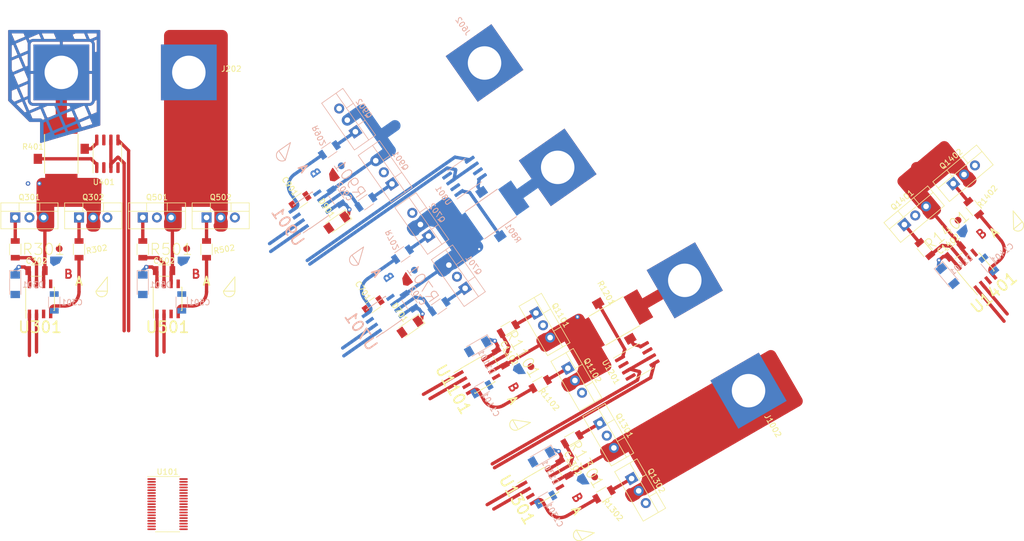
<source format=kicad_pcb>
(kicad_pcb (version 20211014) (generator pcbnew)
  (layers (0 "F.Cu" signal) (31 "B.Cu" signal) (34 "B.Paste" user) (35 "F.Paste" user) (36 "B.SilkS" user "B.Silkscreen") (37 "F.SilkS" user "F.Silkscreen") (38 "B.Mask" user) (39 "F.Mask" user) (44 "Edge.Cuts" user))
  (net 0 "")
  (net 1 "+15V")
  (net 2 "GND")
  (net 3 "/Full Bridge/Leg+/VB")
  (net 4 "/Full Bridge/Leg+/VS")
  (net 5 "/Full Bridge/Leg-/VB")
  (net 6 "/Full Bridge/Leg-/VS")
  (net 7 "/Full Bridge1/Leg+/VB")
  (net 8 "/Full Bridge1/Leg+/VS")
  (net 9 "/Full Bridge1/Leg-/VB")
  (net 10 "/Full Bridge1/Leg-/VS")
  (net 11 "/Full Bridge2/Leg+/VB")
  (net 12 "/Full Bridge2/Leg+/VS")
  (net 13 "/Full Bridge2/Leg-/VB")
  (net 14 "/Full Bridge2/Leg-/VS")
  (net 15 "/Leg+1/VB")
  (net 16 "/Leg+1/VS")
  (net 17 "/Full Bridge/Current sensor/OUT")
  (net 18 "/Full Bridge1/Current sensor/OUT")
  (net 19 "/Full Bridge2/Current sensor/OUT")
  (net 20 "Net-(Q301-Pad1)")
  (net 21 "+VDC")
  (net 22 "Net-(Q302-Pad1)")
  (net 23 "Net-(Q501-Pad1)")
  (net 24 "Net-(Q502-Pad1)")
  (net 25 "Net-(Q701-Pad1)")
  (net 26 "Net-(Q702-Pad1)")
  (net 27 "Net-(Q901-Pad1)")
  (net 28 "Net-(Q902-Pad1)")
  (net 29 "Net-(Q1101-Pad1)")
  (net 30 "Net-(Q1102-Pad1)")
  (net 31 "Net-(Q1301-Pad1)")
  (net 32 "Net-(Q1302-Pad1)")
  (net 33 "Net-(Q1401-Pad1)")
  (net 34 "Net-(Q1402-Pad1)")
  (net 35 "Net-(R301-Pad1)")
  (net 36 "Net-(R302-Pad1)")
  (net 37 "Net-(R401-Pad2)")
  (net 38 "Net-(R401-Pad3)")
  (net 39 "Net-(R501-Pad1)")
  (net 40 "Net-(R502-Pad1)")
  (net 41 "Net-(R701-Pad1)")
  (net 42 "Net-(R702-Pad1)")
  (net 43 "Net-(R801-Pad2)")
  (net 44 "Net-(R801-Pad3)")
  (net 45 "Net-(R901-Pad1)")
  (net 46 "Net-(R902-Pad1)")
  (net 47 "Net-(R1101-Pad1)")
  (net 48 "Net-(R1102-Pad1)")
  (net 49 "Net-(R1201-Pad2)")
  (net 50 "Net-(R1201-Pad3)")
  (net 51 "Net-(R1301-Pad1)")
  (net 52 "Net-(R1302-Pad1)")
  (net 53 "Net-(R1401-Pad1)")
  (net 54 "Net-(R1402-Pad1)")
  (net 57 "+3V3")
  (net 58 "/Full Bridge1/Q_high")
  (net 59 "/Full Bridge1/Q_low")
  (net 60 "/Full Bridge2/Q_high")
  (net 61 "/Full Bridge2/Q_low")
  (net 62 "/Leg+1/Q_HIGH")
  (net 63 "/Leg+1/Q_LOW")
  (net 71 "/Full Bridge/current")
  (net 72 "/Full Bridge1/current")
  (net 73 "/Full Bridge2/current")
  (net 86 "/Full Bridge/Q_low")
  (net 87 "/Full Bridge/Q_high")
  (footprint "Package_SO:SOIC-8_3.9x4.9mm_P1.27mm" (layer "F.Cu") (at 86.36 64.77 90)
    (fp_text reference "U401")
    (fp_text value "INA240A1D" hide)
  )
  (footprint "Passives:R1206M" (layer "F.Cu") (at 69.85 81.915 90)
    (fp_text reference "R301")
    (fp_text value "20R" hide)
  )
  (footprint "Connector:Pusa_6mm" (layer "F.Cu") (at 201.299471 107.27388 -60)
    (fp_text reference "J1002")
    (fp_text value "Pusa_6mm")
  )
  (footprint "Passives:R1206M" (layer "F.Cu") (at 92.71 81.915 90)
    (fp_text reference "R501")
    (fp_text value "20R" hide)
  )
  (footprint "Discretes:TO-220" (layer "F.Cu") (at 168.91 103.24367 -60)
    (fp_text reference "Q1102")
    (fp_text value "CSD19531KCS" hide)
  )
  (footprint "Package_SO:SO8" (layer "F.Cu") (at 97.155 90.805 90)
    (fp_text reference "U501")
    (fp_text value "IR2181" hide)
  )
  (footprint "Passives:RM" (layer "F.Cu") (at 177.22117 94.779039 -150)
    (fp_text reference "R1201")
    (fp_text value "R_Shunt" hide)
  )
  (footprint "Passives:R1206M" (layer "F.Cu") (at 232.908531 81.847943 130)
    (fp_text reference "R1401")
    (fp_text value "20R" hide)
  )
  (footprint "Passives:C1206M" (layer "F.Cu") (at 134.004692 91.919527 -145)
    (fp_text reference "C701")
    (fp_text value "1u" hide)
  )
  (footprint "Discretes:TO-220" (layer "F.Cu") (at 237.990887 70.122937 40)
    (fp_text reference "Q1402")
    (fp_text value "CSD19531KCS" hide)
  )
  (footprint "Passives:C1206M" (layer "F.Cu") (at 120.892735 73.193713 -145)
    (fp_text reference "C901")
    (fp_text value "1u" hide)
  )
  (footprint "Passives:C1206M" (layer "F.Cu") (at 96.52 85.725)
    (fp_text reference "C502")
    (fp_text value "1u" hide)
  )
  (footprint "Discretes:TO-220" (layer "F.Cu") (at 69.85 76.2)
    (fp_text reference "Q301")
    (fp_text value "CSD19531KCS" hide)
  )
  (footprint "Discretes:TO-220" (layer "F.Cu") (at 81.28 76.2)
    (fp_text reference "Q302")
    (fp_text value "CSD19531KCS" hide)
  )
  (footprint "Package_SO:SO8" (layer "F.Cu") (at 242.02798 85.800888 130)
    (fp_text reference "U1401")
    (fp_text value "IR2181" hide)
  )
  (footprint "Discretes:TO-220" (layer "F.Cu") (at 180.34 123.041011 -60)
    (fp_text reference "Q1302")
    (fp_text value "CSD19531KCS" hide)
  )
  (footprint "Passives:R1206M" (layer "F.Cu") (at 163.960664 106.10117 30)
    (fp_text reference "R1102")
    (fp_text value "20R" hide)
  )
  (footprint "Connector:Pusa_6mm" (layer "F.Cu") (at 189.869471 87.476539 -60)
    (fp_text reference "J1001" hide)
    (fp_text value "Pusa_6mm" hide)
  )
  (footprint "Passives:C1206M" (layer "F.Cu") (at 168.281108 121.204397 -60)
    (fp_text reference "C1302")
    (fp_text value "1u" hide)
  )
  (footprint "Connector:Pusa_6mm" (layer "F.Cu") (at 100.965 50.165)
    (fp_text reference "J202")
    (fp_text value "Pusa_6mm")
  )
  (footprint "Discretes:TO-220" (layer "F.Cu") (at 92.71 76.2)
    (fp_text reference "Q501")
    (fp_text value "CSD19531KCS" hide)
  )
  (footprint "Package_SO:SOIC-8_3.9x4.9mm_P1.27mm" (layer "F.Cu") (at 181.34867 101.928079 30)
    (fp_text reference "U1201")
    (fp_text value "INA240A1D" hide)
  )
  (footprint "Discretes:TO-220" (layer "F.Cu") (at 174.625 113.14234 -60)
    (fp_text reference "Q1301")
    (fp_text value "CSD19531KCS" hide)
  )
  (footprint "Passives:C1206M" (layer "F.Cu") (at 156.851108 101.407056 -60)
    (fp_text reference "C1102")
    (fp_text value "1u" hide)
  )
  (footprint "Discretes:TO-220" (layer "F.Cu") (at 229.235 77.47 40)
    (fp_text reference "Q1401")
    (fp_text value "CSD19531KCS" hide)
  )
  (footprint "Package_SO:SO8" (layer "F.Cu") (at 152.769198 104.496982 30)
    (fp_text reference "U1101")
    (fp_text value "IR2181" hide)
  )
  (footprint "Passives:R1206M" (layer "F.Cu") (at 81.28 81.915 90)
    (fp_text reference "R302")
    (fp_text value "20R" hide)
  )
  (footprint "Connector:Pusa_6mm" (layer "F.Cu") (at 78.105 50.165)
    (fp_text reference "J201" hide)
    (fp_text value "Pusa_6mm" hide)
  )
  (footprint "Package_SO:SO8" (layer "F.Cu") (at 74.295 90.805 90)
    (fp_text reference "U301")
    (fp_text value "IR2181" hide)
  )
  (footprint "Passives:C1206M" (layer "F.Cu") (at 238.276181 82.317552 40)
    (fp_text reference "C1402")
    (fp_text value "1u" hide)
  )
  (footprint "Package_SO:TSSOP-38_4.4x9.7mm_P0.5mm" (layer "F.Cu") (at 97.155 127.635)
    (fp_text reference "U101")
    (fp_text value "TMS320F28027DA")
  )
  (footprint "Passives:R1206M" (layer "F.Cu") (at 169.675664 115.99984 30)
    (fp_text reference "R1301")
    (fp_text value "20R" hide)
  )
  (footprint "Package_SO:SO8" (layer "F.Cu") (at 164.199198 124.294323 30)
    (fp_text reference "U1301")
    (fp_text value "IR2181" hide)
  )
  (footprint "Diode_SMD:D_MiniMELF" (layer "F.Cu") (at 127.499974 77.094384 -145)
    (fp_text reference "D901")
    (fp_text value "1N4148" hide)
  )
  (footprint "Passives:C1206M" (layer "F.Cu") (at 73.66 85.725)
    (fp_text reference "C302")
    (fp_text value "1u" hide)
  )
  (footprint "Discretes:TO-220" (layer "F.Cu") (at 104.14 76.2)
    (fp_text reference "Q502")
    (fp_text value "CSD19531KCS" hide)
  )
  (footprint "Passives:R1206M" (layer "F.Cu") (at 158.245664 96.2025 30)
    (fp_text reference "R1101")
    (fp_text value "20R" hide)
  )
  (footprint "Passives:R1206M" (layer "F.Cu") (at 175.390664 125.898511 30)
    (fp_text reference "R1302")
    (fp_text value "20R" hide)
  )
  (footprint "Passives:RM" (layer "F.Cu") (at 78.105 64.77 -90)
    (fp_text reference "R401")
    (fp_text value "R_Shunt" hide)
  )
  (footprint "Passives:R1206M" (layer "F.Cu") (at 241.664419 74.500881 130)
    (fp_text reference "R1402")
    (fp_text value "20R" hide)
  )
  (footprint "Diode_SMD:D_MiniMELF" (layer "F.Cu") (at 140.611931 95.820199 -145)
    (fp_text reference "D701")
    (fp_text value "1N4148" hide)
  )
  (footprint "Discretes:TO-220" (layer "F.Cu") (at 163.195 93.345 -60)
    (fp_text reference "Q1101")
    (fp_text value "CSD19531KCS" hide)
  )
  (footprint "Passives:R1206M" (layer "F.Cu") (at 104.14 81.915 90)
    (fp_text reference "R502")
    (fp_text value "20R" hide)
  )
  (footprint "Discretes:TO-220" (layer "B.Cu") (at 130.827064 60.811277 125)
    (fp_text reference "Q902")
    (fp_text value "CSD19531KCS" hide)
  )
  (footprint "Discretes:TO-220" (layer "B.Cu") (at 137.383043 70.174185 125)
    (fp_text reference "Q901")
    (fp_text value "CSD19531KCS" hide)
  )
  (footprint "Passives:R1206M" (layer "B.Cu") (at 145.813547 92.177989 35)
    (fp_text reference "R701")
    (fp_text value "20R" hide)
  )
  (footprint "Passives:C1206M" (layer "B.Cu") (at 140.507251 91.242346 125)
    (fp_text reference "C702")
    (fp_text value "1u" hide)
  )
  (footprint "Package_SO:SO8" (layer "B.Cu") (at 135.981738 93.635953 35)
    (fp_text reference "U701")
    (fp_text value "IR2181" hide)
  )
  (footprint "Diode_SMD:D_MiniMELF" (layer "B.Cu") (at 92.71 88.265 -90)
    (fp_text reference "D501")
    (fp_text value "1N4148" hide)
  )
  (footprint "Diode_SMD:D_MiniMELF" (layer "B.Cu") (at 236.990232 86.712326 -50)
    (fp_text reference "D1401")
    (fp_text value "1N4148" hide)
  )
  (footprint "Package_SO:SO8" (layer "B.Cu") (at 122.86978 74.910138 35)
    (fp_text reference "U901")
    (fp_text value "IR2181" hide)
  )
  (footprint "Passives:R1206M" (layer "B.Cu") (at 132.701589 73.452174 35)
    (fp_text reference "R901")
    (fp_text value "20R" hide)
  )
  (footprint "Diode_SMD:D_MiniMELF" (layer "B.Cu") (at 69.85 88.265 -90)
    (fp_text reference "D301")
    (fp_text value "1N4148" hide)
  )
  (footprint "Diode_SMD:D_MiniMELF" (layer "B.Cu") (at 164.176403 119.17484 -150)
    (fp_text reference "D1301")
    (fp_text value "1N4148" hide)
  )
  (footprint "Diode_SMD:D_MiniMELF" (layer "B.Cu") (at 152.746403 99.3775 -150)
    (fp_text reference "D1101")
    (fp_text value "1N4148" hide)
  )
  (footprint "Discretes:TO-220" (layer "B.Cu") (at 150.495 88.9 125)
    (fp_text reference "Q701")
    (fp_text value "CSD19531KCS" hide)
  )
  (footprint "Passives:C1206M" (layer "B.Cu") (at 76.835 91.44 -90)
    (fp_text reference "C301")
    (fp_text value "1u" hide)
  )
  (footprint "Connector:Pusa_6mm" (layer "B.Cu") (at 167.086749 67.204838 125)
    (fp_text reference "J601" hide)
    (fp_text value "Pusa_6mm" hide)
  )
  (footprint "Passives:C1206M" (layer "B.Cu") (at 99.695 91.44 -90)
    (fp_text reference "C501")
    (fp_text value "1u" hide)
  )
  (footprint "Passives:R1206M" (layer "B.Cu") (at 126.145611 64.089266 35)
    (fp_text reference "R902")
    (fp_text value "20R" hide)
  )
  (footprint "Passives:RM" (layer "B.Cu") (at 155.123034 75.581922 -145)
    (fp_text reference "R801")
    (fp_text value "R_Shunt" hide)
  )
  (footprint "Passives:C1206M" (layer "B.Cu") (at 164.919272 126.811528 -150)
    (fp_text reference "C1301")
    (fp_text value "1u" hide)
  )
  (footprint "Passives:C1206M" (layer "B.Cu") (at 127.395294 72.516531 125)
    (fp_text reference "C902")
    (fp_text value "1u" hide)
  )
  (footprint "Passives:R1206M" (layer "B.Cu") (at 139.257568 82.815082 35)
    (fp_text reference "R702")
    (fp_text value "20R" hide)
  )
  (footprint "Package_SO:SOIC-8_3.9x4.9mm_P1.27mm" (layer "B.Cu") (at 150.388161 68.819822 35)
    (fp_text reference "U801")
    (fp_text value "INA240A1D" hide)
  )
  (footprint "Passives:C1206M" (layer "B.Cu") (at 153.489272 107.014187 -150)
    (fp_text reference "C1101")
    (fp_text value "1u" hide)
  )
  (footprint "Discretes:TO-220" (layer "B.Cu") (at 143.939022 79.537093 125)
    (fp_text reference "Q702")
    (fp_text value "CSD19531KCS" hide)
  )
  (footprint "Connector:Pusa_6mm" (layer "B.Cu") (at 153.974792 48.479022 125)
    (fp_text reference "J602")
    (fp_text value "Pusa_6mm")
  )
  (footprint "Passives:C1206M" (layer "B.Cu") (at 244.381903 84.654645 -50)
    (fp_text reference "C1401")
    (fp_text value "1u" hide)
  )
  (gr_circle (center 77.724 81.788) (end 78.232 81.788) (layer "F.Cu") (width 0.2) (fill solid))
  (gr_circle (center 162.29265 102.958084) (end 162.54665 103.398025) (layer "F.Cu") (width 0.2) (fill solid))
  (gr_poly (pts (xy 139.320591 87.112026) (xy 139.487216 88.235661) (xy 140.194722 88.360414) (xy 141.02698 87.77766) (xy 139.861473 86.113143)) (layer "F.Cu") (width 0.2) (fill solid))
  (gr_poly (pts (xy 126.208634 68.38621) (xy 126.375258 69.509846) (xy 127.082764 69.634598) (xy 127.915023 69.051844) (xy 126.749516 67.387327)) (layer "F.Cu") (width 0.2) (fill solid))
  (gr_circle (center 100.584 81.788) (end 101.092 81.788) (layer "F.Cu") (width 0.2) (fill solid))
  (gr_circle (center 173.72265 122.755425) (end 173.97665 123.195366) (layer "F.Cu") (width 0.2) (fill solid))
  (gr_circle (center 238.858731 76.689347) (end 239.247882 76.362811) (layer "F.Cu") (width 0.2) (fill solid))
  (gr_poly (pts (xy 240.491412 78.6351) (xy 240.039647 79.677322) (xy 239.32396 79.614708) (xy 238.670888 78.836407) (xy 240.22749 77.530262)) (layer "B.Cu") (width 0.2) (fill solid))
  (gr_circle (center 141.401238 85.655142) (end 141.109861 85.239013) (layer "B.Cu") (width 0.2) (fill solid))
  (gr_poly (pts (xy 77.724 84.328) (xy 76.708 84.836) (xy 76.2 84.328) (xy 76.2 83.312) (xy 78.232 83.312)) (layer "B.Cu") (width 0.2) (fill solid))
  (gr_poly (pts (xy 160.092946 104.228084) (xy 159.145005 103.602202) (xy 159.330946 102.908261) (xy 160.210827 102.400261) (xy 161.226827 104.160025)) (layer "B.Cu") (width 0.2) (fill solid))
  (gr_poly (pts (xy 100.584 84.328) (xy 99.568 84.836) (xy 99.06 84.328) (xy 99.06 83.312) (xy 101.092 83.312)) (layer "B.Cu") (width 0.2) (fill solid))
  (gr_poly (pts (xy 171.522946 124.025425) (xy 170.575005 123.399543) (xy 170.760946 122.705602) (xy 171.640827 122.197602) (xy 172.656827 123.957366)) (layer "B.Cu") (width 0.2) (fill solid))
  (gr_circle (center 128.28928 66.929326) (end 127.997903 66.513197) (layer "B.Cu") (width 0.2) (fill solid))
  (gr_line (start 130.205893 82.951597) (end 132.286539 81.494713) (layer "B.SilkS") (width 0.15))
  (gr_line (start 119.174582 62.768897) (end 118.259443 65.890299) (layer "B.SilkS") (width 0.15))
  (gr_arc (start 118.259443 65.890299) (mid 116.84443 65.640794) (end 117.093935 64.225782) (layer "B.SilkS") (width 0.15))
  (gr_line (start 117.093935 64.225782) (end 119.174582 62.768897) (layer "B.SilkS") (width 0.15))
  (gr_line (start 132.286539 81.494713) (end 131.3714 84.616114) (layer "B.SilkS") (width 0.15))
  (gr_line (start 131.3714 84.616114) (end 130.205893 82.951597) (layer "B.SilkS") (width 0.15))
  (gr_arc (start 131.3714 84.616114) (mid 129.956388 84.366609) (end 130.205893 82.951597) (layer "B.SilkS") (width 0.15))
  (gr_line (start 118.259443 65.890299) (end 117.093935 64.225782) (layer "B.SilkS") (width 0.15))
  (gr_arc (start 250.372333 76.975492) (mid 250.247104 78.406865) (end 248.81573 78.281636) (layer "F.SilkS") (width 0.15))
  (gr_line (start 250.372333 76.975492) (end 248.81573 78.281636) (layer "F.SilkS") (width 0.15))
  (gr_line (start 86.36 86.868) (end 86.36 89.408) (layer "F.SilkS") (width 0.15))
  (gr_line (start 162.211241 112.977079) (end 160.011536 114.247079) (layer "F.SilkS") (width 0.15))
  (gr_line (start 107.188 89.408) (end 109.22 86.868) (layer "F.SilkS") (width 0.15))
  (gr_line (start 170.425536 132.284657) (end 173.641241 132.77442) (layer "F.SilkS") (width 0.15))
  (gr_arc (start 109.22 89.408) (mid 108.204 90.424) (end 107.188 89.408) (layer "F.SilkS") (width 0.15))
  (gr_arc (start 171.441536 134.04442) (mid 170.053654 133.672538) (end 170.425536 132.284657) (layer "F.SilkS") (width 0.15))
  (gr_line (start 109.22 86.868) (end 109.22 89.408) (layer "F.SilkS") (width 0.15))
  (gr_line (start 173.641241 132.77442) (end 171.441536 134.04442) (layer "F.SilkS") (width 0.15))
  (gr_line (start 248.81573 78.281636) (end 248.739652 75.029739) (layer "F.SilkS") (width 0.15))
  (gr_line (start 248.739652 75.029739) (end 250.372333 76.975492) (layer "F.SilkS") (width 0.15))
  (gr_line (start 84.328 89.408) (end 86.36 86.868) (layer "F.SilkS") (width 0.15))
  (gr_line (start 158.995536 112.487316) (end 162.211241 112.977079) (layer "F.SilkS") (width 0.15))
  (gr_line (start 86.36 89.408) (end 84.328 89.408) (layer "F.SilkS") (width 0.15))
  (gr_line (start 160.011536 114.247079) (end 158.995536 112.487316) (layer "F.SilkS") (width 0.15))
  (gr_arc (start 86.36 89.408) (mid 85.344 90.424) (end 84.328 89.408) (layer "F.SilkS") (width 0.15))
  (gr_arc (start 160.011536 114.247079) (mid 158.623655 113.875198) (end 158.995536 112.487316) (layer "F.SilkS") (width 0.15))
  (gr_line (start 109.22 89.408) (end 107.188 89.408) (layer "F.SilkS") (width 0.15))
  (gr_line (start 171.441536 134.04442) (end 170.425536 132.284657) (layer "F.SilkS") (width 0.15))
  (gr_text "B" (at 243.062295 79.13046 40) (layer "F.Cu") (effects (font (size 1.5 1.5) (thickness 0.3))))
  (gr_text "B" (at 79.375 86.36) (layer "F.Cu") (effects (font (size 1.5 1.5) (thickness 0.3))))
  (gr_text "B" (at 159.158682 106.673892 -60) (layer "F.Cu") (effects (font (size 1.5 1.5) (thickness 0.3))))
  (gr_text "B" (at 102.235 86.36) (layer "F.Cu") (effects (font (size 1.5 1.5) (thickness 0.3))))
  (gr_text "B" (at 170.588682 126.471233 -60) (layer "F.Cu") (effects (font (size 1.5 1.5) (thickness 0.3))))
  (gr_text "B" (at 136.7091 86.925113 305) (layer "B.Cu") (effects (font (size 1.5 1.5) (thickness 0.3)) (justify mirror)))
  (gr_text "B" (at 123.597142 68.199298 305) (layer "B.Cu") (effects (font (size 1.5 1.5) (thickness 0.3)) (justify mirror)))
  (gr_text "A" (at 121.464156 67.367255 305) (layer "B.SilkS") (effects (font (size 1.5 1.5) (thickness 0.3)) (justify mirror)))
  (gr_text "A" (at 134.576113 86.093071 305) (layer "B.SilkS") (effects (font (size 1.5 1.5) (thickness 0.3)) (justify mirror)))
  (gr_text "A" (at 104.14 87.63) (layer "F.SilkS") (effects (font (size 1.5 1.5) (thickness 0.3))))
  (gr_text "A" (at 170.44133 128.756011 -60) (layer "F.SilkS") (effects (font (size 1.5 1.5) (thickness 0.3))))
  (gr_text "A" (at 81.28 87.63) (layer "F.SilkS") (effects (font (size 1.5 1.5) (thickness 0.3))))
  (gr_text "A" (at 159.01133 108.95867 -60) (layer "F.SilkS") (effects (font (size 1.5 1.5) (thickness 0.3))))
  (gr_text "A" (at 245.33795 78.878826 40) (layer "F.SilkS") (effects (font (size 1.5 1.5) (thickness 0.3))))
  (via (at 72.136 70.104) (size 0.8) (drill 0.4) (layers "F.Cu" "B.Cu") (net 0))
  (segment (start 71.525 85.09) (end 72.16 85.725) (width 0.6) (layer "F.Cu") (net 3))
  (segment (start 72.39 88.105) (end 72.39 85.955) (width 0.6) (layer "F.Cu") (net 3))
  (segment (start 70.485 85.09) (end 71.525 85.09) (width 0.6) (layer "F.Cu") (net 3))
  (segment (start 72.39 85.955) (end 72.16 85.725) (width 0.6) (layer "F.Cu") (net 3))
  (via (at 70.485 85.09) (size 0.8) (drill 0.4) (layers "F.Cu" "B.Cu") (net 3))
  (segment (start 69.85 86.515) (end 69.85 85.725) (width 0.6) (layer "B.Cu") (net 3))
  (segment (start 69.85 85.725) (end 70.485 85.09) (width 0.6) (layer "B.Cu") (net 3))
  (segment (start 83.82 73.025) (end 78.74 73.025) (width 2) (layer "F.Cu") (net 4))
  (segment (start 75.16 76.43) (end 74.93 76.2) (width 0.6) (layer "F.Cu") (net 4))
  (segment (start 78.105 72.39) (end 78.74 73.025) (width 2) (layer "F.Cu") (net 4))
  (segment (start 74.93 88.105) (end 74.93 85.955) (width 0.6) (layer "F.Cu") (net 4))
  (segment (start 83.82 76.2) (end 83.82 73.025) (width 2) (layer "F.Cu") (net 4))
  (segment (start 78.105 69.77) (end 78.105 72.39) (width 2) (layer "F.Cu") (net 4))
  (segment (start 78.74 73.025) (end 74.93 73.025) (width 2) (layer "F.Cu") (net 4))
  (segment (start 74.93 85.955) (end 75.16 85.725) (width 0.6) (layer "F.Cu") (net 4))
  (segment (start 75.16 85.725) (end 75.16 76.43) (width 0.6) (layer "F.Cu") (net 4))
  (segment (start 74.93 73.025) (end 74.93 76.2) (width 2) (layer "F.Cu") (net 4))
  (via (at 74.168 70.104) (size 0.8) (drill 0.4) (layers "F.Cu" "B.Cu") (net 4))
  (segment (start 95.25 85.955) (end 95.02 85.725) (width 0.6) (layer "F.Cu") (net 5))
  (segment (start 94.385 85.09) (end 95.02 85.725) (width 0.6) (layer "F.Cu") (net 5))
  (segment (start 95.25 88.105) (end 95.25 85.955) (width 0.6) (layer "F.Cu") (net 5))
  (segment (start 93.345 85.09) (end 94.385 85.09) (width 0.6) (layer "F.Cu") (net 5))
  (via (at 93.345 85.09) (size 0.8) (drill 0.4) (layers "F.Cu" "B.Cu") (net 5))
  (segment (start 92.71 85.725) (end 93.345 85.09) (width 0.6) (layer "B.Cu") (net 5))
  (segment (start 92.71 86.515) (end 92.71 85.725) (width 0.6) (layer "B.Cu") (net 5))
  (segment (start 97.79 85.955) (end 98.02 85.725) (width 0.6) (layer "F.Cu") (net 6))
  (segment (start 98.02 85.725) (end 98.02 76.43) (width 0.6) (layer "F.Cu") (net 6))
  (segment (start 98.02 76.43) (end 97.79 76.2) (width 0.6) (layer "F.Cu") (net 6))
  (segment (start 106.68 76.2) (end 106.68 73.025) (width 2) (layer "F.Cu") (net 6))
  (segment (start 100.965 72.39) (end 101.6 73.025) (width 2) (layer "F.Cu") (net 6))
  (segment (start 97.79 88.105) (end 97.79 85.955) (width 0.6) (layer "F.Cu") (net 6))
  (segment (start 97.79 73.025) (end 97.79 76.2) (width 2) (layer "F.Cu") (net 6))
  (segment (start 100.965 69.77) (end 100.965 72.39) (width 2) (layer "F.Cu") (net 6))
  (segment (start 101.6 73.025) (end 97.79 73.025) (width 2) (layer "F.Cu") (net 6))
  (segment (start 106.68 73.025) (end 101.6 73.025) (width 2) (layer "F.Cu") (net 6))
  (segment (start 142.045447 94.816441) (end 142.692577 94.363316) (width 0.6) (layer "F.Cu") (net 7))
  (segment (start 142.692577 94.363316) (end 142.848517 93.478933) (width 0.6) (layer "F.Cu") (net 7))
  (via (at 142.848517 93.478933) (size 0.8) (drill 0.4) (layers "F.Cu" "B.Cu") (net 7))
  (segment (start 142.251998 92.627015) (end 141.367615 92.471074) (width 0.6) (layer "B.Cu") (net 7))
  (segment (start 139.286111 93.647781) (end 141.047288 92.414592) (width 0.6) (layer "B.Cu") (net 7))
  (segment (start 142.848517 93.478933) (end 142.251998 92.627015) (width 0.6) (layer "B.Cu") (net 7))
  (segment (start 141.047288 92.414592) (end 141.367615 92.471074) (width 0.6) (layer "B.Cu") (net 7))
  (via (at 153.011848 81.86638) (size 0.8) (drill 0.4) (layers "F.Cu" "B.Cu") (net 8))
  (segment (start 145.082945 75.635341) (end 147.996713 79.796633) (width 2) (layer "B.Cu") (net 8))
  (segment (start 147.260904 84.682225) (end 147.581232 84.738708) (width 0.6) (layer "B.Cu") (net 8))
  (segment (start 148.881096 79.952574) (end 147.996713 79.796633) (width 2) (layer "B.Cu") (net 8))
  (segment (start 137.829227 91.567135) (end 139.590404 90.333946) (width 0.6) (layer "B.Cu") (net 8))
  (segment (start 142.482137 77.456446) (end 145.082945 75.635341) (width 2) (layer "B.Cu") (net 8))
  (segment (start 151.027274 78.449803) (end 148.881096 79.952574) (width 2) (layer "B.Cu") (net 8))
  (segment (start 147.996713 79.796633) (end 150.182039 82.917602) (width 2) (layer "B.Cu") (net 8))
  (segment (start 139.590404 90.333946) (end 139.646886 90.013618) (width 0.6) (layer "B.Cu") (net 8))
  (segment (start 139.646886 90.013618) (end 147.260904 84.682225) (width 0.6) (layer "B.Cu") (net 8))
  (segment (start 150.182039 82.917602) (end 147.581232 84.738708) (width 2) (layer "B.Cu") (net 8))
  (segment (start 129.580619 75.6375) (end 129.73656 74.753117) (width 0.6) (layer "F.Cu") (net 9))
  (segment (start 128.933489 76.090625) (end 129.580619 75.6375) (width 0.6) (layer "F.Cu") (net 9))
  (via (at 129.73656 74.753117) (size 0.8) (drill 0.4) (layers "F.Cu" "B.Cu") (net 9))
  (segment (start 127.93533 73.688776) (end 128.255658 73.745259) (width 0.6) (layer "B.Cu") (net 9))
  (segment (start 129.14004 73.901199) (end 128.255658 73.745259) (width 0.6) (layer "B.Cu") (net 9))
  (segment (start 126.174153 74.921966) (end 127.93533 73.688776) (width 0.6) (layer "B.Cu") (net 9))
  (segment (start 129.73656 74.753117) (end 129.14004 73.901199) (width 0.6) (layer "B.Cu") (net 9))
  (segment (start 126.478446 71.60813) (end 126.534929 71.287802) (width 0.6) (layer "B.Cu") (net 10))
  (segment (start 126.534929 71.287802) (end 134.148947 65.956409) (width 0.6) (layer "B.Cu") (net 10))
  (segment (start 134.148947 65.956409) (end 134.469274 66.012892) (width 0.6) (layer "B.Cu") (net 10))
  (segment (start 129.37018 58.73063) (end 131.970988 56.909525) (width 2) (layer "B.Cu") (net 10))
  (segment (start 135.769138 61.226758) (end 134.884756 61.070817) (width 2) (layer "B.Cu") (net 10))
  (segment (start 124.717269 72.841319) (end 126.478446 71.60813) (width 0.6) (layer "B.Cu") (net 10))
  (segment (start 137.070082 64.191787) (end 134.469274 66.012892) (width 2) (layer "B.Cu") (net 10))
  (segment (start 137.915317 59.723988) (end 135.769138 61.226758) (width 2) (layer "B.Cu") (net 10))
  (segment (start 134.884756 61.070817) (end 137.070082 64.191787) (width 2) (layer "B.Cu") (net 10))
  (segment (start 131.970988 56.909525) (end 134.884756 61.070817) (width 2) (layer "B.Cu") (net 10))
  (segment (start 156.333534 99.240593) (end 156.101108 100.108019) (width 0.6) (layer "F.Cu") (net 11))
  (segment (start 154.154968 101.497205) (end 156.016922 100.422205) (width 0.6) (layer "F.Cu") (net 11))
  (segment (start 155.813534 98.339926) (end 156.333534 99.240593) (width 0.6) (layer "F.Cu") (net 11))
  (segment (start 156.016922 100.422205) (end 156.101108 100.108019) (width 0.6) (layer "F.Cu") (net 11))
  (via (at 155.813534 98.339926) (size 0.8) (drill 0.4) (layers "F.Cu" "B.Cu") (net 11))
  (segment (start 154.261948 98.5025) (end 154.946108 98.1075) (width 0.6) (layer "B.Cu") (net 11))
  (segment (start 154.946108 98.1075) (end 155.813534 98.339926) (width 0.6) (layer "B.Cu") (net 11))
  (segment (start 172.929631 103.855875) (end 170.389631 99.456466) (width 2) (layer "F.Cu") (net 12))
  (segment (start 165.650814 98.058595) (end 165.735 97.744409) (width 0.6) (layer "F.Cu") (net 12))
  (segment (start 170.622057 98.58904) (end 170.389631 99.456466) (width 2) (layer "F.Cu") (net 12))
  (segment (start 155.424968 103.696909) (end 157.286922 102.621909) (width 0.6) (layer "F.Cu") (net 12))
  (segment (start 170.18 105.443375) (end 172.929631 103.855875) (width 2) (layer "F.Cu") (net 12))
  (segment (start 172.891043 97.27904) (end 170.622057 98.58904) (width 2) (layer "F.Cu") (net 12))
  (segment (start 170.389631 99.456466) (end 168.484631 96.156909) (width 2) (layer "F.Cu") (net 12))
  (segment (start 157.286922 102.621909) (end 157.601108 102.706095) (width 0.6) (layer "F.Cu") (net 12))
  (segment (start 157.601108 102.706095) (end 165.650814 98.058595) (width 0.6) (layer "F.Cu") (net 12))
  (segment (start 168.484631 96.156909) (end 165.735 97.744409) (width 2) (layer "F.Cu") (net 12))
  (via (at 170.633291 94.036498) (size 0.8) (drill 0.4) (layers "F.Cu" "B.Cu") (net 12))
  (segment (start 167.446922 120.219545) (end 167.531108 119.905359) (width 0.6) (layer "F.Cu") (net 13))
  (segment (start 167.763534 119.037933) (end 167.531108 119.905359) (width 0.6) (layer "F.Cu") (net 13))
  (segment (start 165.584968 121.294545) (end 167.446922 120.219545) (width 0.6) (layer "F.Cu") (net 13))
  (segment (start 167.243534 118.137267) (end 167.763534 119.037933) (width 0.6) (layer "F.Cu") (net 13))
  (via (at 167.243534 118.137267) (size 0.8) (drill 0.4) (layers "F.Cu" "B.Cu") (net 13))
  (segment (start 166.376108 117.904841) (end 167.243534 118.137267) (width 0.6) (layer "B.Cu") (net 13))
  (segment (start 165.691948 118.299841) (end 166.376108 117.904841) (width 0.6) (layer "B.Cu") (net 13))
  (segment (start 168.716922 122.41925) (end 169.031108 122.503436) (width 0.6) (layer "F.Cu") (net 14))
  (segment (start 169.031108 122.503436) (end 177.080814 117.855936) (width 0.6) (layer "F.Cu") (net 14))
  (segment (start 177.080814 117.855936) (end 177.165 117.54175) (width 0.6) (layer "F.Cu") (net 14))
  (segment (start 181.61 125.240716) (end 184.359631 123.653216) (width 2) (layer "F.Cu") (net 14))
  (segment (start 182.052057 118.38638) (end 181.819631 119.253807) (width 2) (layer "F.Cu") (net 14))
  (segment (start 166.854968 123.49425) (end 168.716922 122.41925) (width 0.6) (layer "F.Cu") (net 14))
  (segment (start 179.914631 115.95425) (end 177.165 117.54175) (width 2) (layer "F.Cu") (net 14))
  (segment (start 184.321043 117.07638) (end 182.052057 118.38638) (width 2) (layer "F.Cu") (net 14))
  (segment (start 181.819631 119.253807) (end 179.914631 115.95425) (width 2) (layer "F.Cu") (net 14))
  (segment (start 184.359631 123.653216) (end 181.819631 119.253807) (width 2) (layer "F.Cu") (net 14))
  (segment (start 236.232506 83.203466) (end 237.127115 83.281734) (width 0.6) (layer "F.Cu") (net 15))
  (segment (start 237.451146 83.310083) (end 237.127115 83.281734) (width 0.6) (layer "F.Cu") (net 15))
  (segment (start 235.43582 83.871965) (end 236.232506 83.203466) (width 0.6) (layer "F.Cu") (net 15))
  (segment (start 238.833139 84.957079) (end 237.451146 83.310083) (width 0.6) (layer "F.Cu") (net 15))
  (via (at 235.43582 83.871965) (size 0.8) (drill 0.4) (layers "F.Cu" "B.Cu") (net 15))
  (segment (start 235.357552 84.766573) (end 235.43582 83.871965) (width 0.6) (layer "B.Cu") (net 15))
  (segment (start 235.865354 85.371748) (end 235.357552 84.766573) (width 0.6) (layer "B.Cu") (net 15))
  (segment (start 239.425248 81.353371) (end 233.450537 74.232988) (width 0.6) (layer "F.Cu") (net 16))
  (segment (start 237.89579 66.058066) (end 234.004284 69.323427) (width 2) (layer "F.Cu") (net 16))
  (segment (start 239.936641 68.490257) (end 237.89579 66.058066) (width 2) (layer "F.Cu") (net 16))
  (segment (start 231.085655 71.772448) (end 233.126506 74.204639) (width 2) (layer "F.Cu") (net 16))
  (segment (start 231.425573 67.238123) (end 233.109676 69.245159) (width 2) (layer "F.Cu") (net 16))
  (segment (start 240.778892 83.324398) (end 239.396899 81.677402) (width 0.6) (layer "F.Cu") (net 16))
  (segment (start 239.396899 81.677402) (end 239.425248 81.353371) (width 0.6) (layer "F.Cu") (net 16))
  (segment (start 233.450537 74.232988) (end 233.126506 74.204639) (width 0.6) (layer "F.Cu") (net 16))
  (segment (start 234.004284 69.323427) (end 231.085655 71.772448) (width 2) (layer "F.Cu") (net 16))
  (segment (start 233.109676 69.245159) (end 234.004284 69.323427) (width 2) (layer "F.Cu") (net 16))
  (segment (start 78.105 59.77) (end 78.105 50.165) (width 2) (layer "F.Cu") (net 17))
  (segment (start 159.218795 72.714039) (end 167.08675 67.204837) (width 2) (layer "B.Cu") (net 18))
  (segment (start 181.551297 92.27904) (end 189.869471 87.47654) (width 2) (layer "F.Cu") (net 19))
  (segment (start 69.85 80.415) (end 69.85 76.2) (width 0.6) (layer "F.Cu") (net 20))
  (segment (start 81.28 80.415) (end 81.28 76.2) (width 0.6) (layer "F.Cu") (net 22))
  (segment (start 92.71 80.415) (end 92.71 76.2) (width 0.6) (layer "F.Cu") (net 23))
  (segment (start 104.14 80.415) (end 104.14 76.2) (width 0.6) (layer "F.Cu") (net 24))
  (segment (start 147.042274 91.317625) (end 150.495 88.9) (width 0.6) (layer "B.Cu") (net 25))
  (segment (start 140.486295 81.954717) (end 143.939021 79.537092) (width 0.6) (layer "B.Cu") (net 26))
  (segment (start 133.930317 72.591809) (end 137.383043 70.174184) (width 0.6) (layer "B.Cu") (net 27))
  (segment (start 127.374338 63.228901) (end 130.827064 60.811276) (width 0.6) (layer "B.Cu") (net 28))
  (segment (start 159.544703 95.4525) (end 163.195 93.345) (width 0.6) (layer "F.Cu") (net 29))
  (segment (start 165.259703 105.35117) (end 168.91 103.24367) (width 0.6) (layer "F.Cu") (net 30))
  (segment (start 170.974703 115.249841) (end 174.625 113.142341) (width 0.6) (layer "F.Cu") (net 31))
  (segment (start 176.689703 125.148511) (end 180.34 123.041011) (width 0.6) (layer "F.Cu") (net 32))
  (segment (start 231.94435 80.698877) (end 229.235 77.47) (width 0.6) (layer "F.Cu") (net 33))
  (segment (start 240.700238 73.351815) (end 237.990888 70.122938) (width 0.6) (layer "F.Cu") (net 34))
  (segment (start 73.66 88.105) (end 73.66 84.455) (width 0.6) (layer "F.Cu") (net 35))
  (segment (start 72.62 83.415) (end 69.85 83.415) (width 0.6) (layer "F.Cu") (net 35))
  (segment (start 73.66 84.455) (end 72.62 83.415) (width 0.6) (layer "F.Cu") (net 35))
  (segment (start 76.2 93.505) (end 76.2 92.71) (width 0.6) (layer "F.Cu") (net 36))
  (segment (start 76.835 92.075) (end 78.74 92.075) (width 0.6) (layer "F.Cu") (net 36))
  (segment (start 81.28 89.535) (end 81.28 83.415) (width 0.6) (layer "F.Cu") (net 36))
  (arc (start 76.2 92.71) (mid 76.385987 92.260987) (end 76.835 92.075) (width 0.6) (layer "F.Cu") (net 36))
  (arc (start 78.74 92.075) (mid 80.536051 91.331051) (end 81.28 89.535) (width 0.6) (layer "F.Cu") (net 36))
  (segment (start 82.305 63.87) (end 83.45 63.87) (width 0.6) (layer "F.Cu") (net 37))
  (segment (start 83.45 63.87) (end 84.455 62.865) (width 0.6) (layer "F.Cu") (net 37))
  (segment (start 84.455 62.865) (end 84.455 62.295) (width 0.6) (layer "F.Cu") (net 37))
  (segment (start 83.45 65.67) (end 84.455 66.675) (width 0.6) (layer "F.Cu") (net 38))
  (segment (start 73.905 65.67) (end 83.45 65.67) (width 0.6) (layer "F.Cu") (net 38))
  (segment (start 84.455 66.675) (end 84.455 67.245) (width 0.6) (layer "F.Cu") (net 38))
  (segment (start 96.52 84.455) (end 95.48 83.415) (width 0.6) (layer "F.Cu") (net 39))
  (segment (start 95.48 83.415) (end 92.71 83.415) (width 0.6) (layer "F.Cu") (net 39))
  (segment (start 96.52 88.105) (end 96.52 84.455) (width 0.6) (layer "F.Cu") (net 39))
  (segment (start 104.14 89.535) (end 104.14 83.415) (width 0.6) (layer "F.Cu") (net 40))
  (segment (start 99.06 93.505) (end 99.06 92.71) (width 0.6) (layer "F.Cu") (net 40))
  (segment (start 99.695 92.075) (end 101.6 92.075) (width 0.6) (layer "F.Cu") (net 40))
  (arc (start 99.06 92.71) (mid 99.245987 92.260987) (end 99.695 92.075) (width 0.6) (layer "F.Cu") (net 40))
  (arc (start 101.6 92.075) (mid 103.396051 91.331051) (end 104.14 89.535) (width 0.6) (layer "F.Cu") (net 40))
  (segment (start 138.557669 92.607458) (end 141.547574 90.513904) (width 0.6) (layer "B.Cu") (net 41))
  (segment (start 142.996011 90.769303) (end 144.584818 93.038354) (width 0.6) (layer "B.Cu") (net 41))
  (segment (start 141.547574 90.513904) (end 142.996011 90.769303) (width 0.6) (layer "B.Cu") (net 41))
  (segment (start 132.677364 93.624125) (end 133.328589 93.168131) (width 0.6) (layer "B.Cu") (net 42))
  (segment (start 133.48453 92.283749) (end 132.391867 90.723264) (width 0.6) (layer "B.Cu") (net 42))
  (segment (start 133.015629 87.185734) (end 138.028839 83.675446) (width 0.6) (layer "B.Cu") (net 42))
  (arc (start 133.328589 93.168131) (mid 133.589722 92.758237) (end 133.48453 92.283749) (width 0.6) (layer "B.Cu") (net 42))
  (arc (start 132.391867 90.723264) (mid 131.971102 88.825314) (end 133.015629 87.185734) (width 0.6) (layer "B.Cu") (net 42))
  (segment (start 153.45125 71.625264) (end 152.794505 70.687335) (width 0.6) (layer "B.Cu") (net 43))
  (segment (start 152.794505 70.687335) (end 153.041309 69.287643) (width 0.6) (layer "B.Cu") (net 43))
  (segment (start 153.041309 69.287643) (end 153.508225 68.960704) (width 0.6) (layer "B.Cu") (net 43))
  (segment (start 151.320031 71.719772) (end 149.920339 71.472969) (width 0.6) (layer "B.Cu") (net 44))
  (segment (start 156.794819 79.538579) (end 151.320031 71.719772) (width 0.6) (layer "B.Cu") (net 44))
  (segment (start 149.920339 71.472969) (end 149.453423 71.799907) (width 0.6) (layer "B.Cu") (net 44))
  (segment (start 128.435616 71.788088) (end 129.884054 72.043487) (width 0.6) (layer "B.Cu") (net 45))
  (segment (start 129.884054 72.043487) (end 131.472861 74.312538) (width 0.6) (layer "B.Cu") (net 45))
  (segment (start 125.445711 73.881642) (end 128.435616 71.788088) (width 0.6) (layer "B.Cu") (net 45))
  (segment (start 119.903671 68.459918) (end 124.916882 64.94963) (width 0.6) (layer "B.Cu") (net 46))
  (segment (start 119.565406 74.898309) (end 120.216632 74.442316) (width 0.6) (layer "B.Cu") (net 46))
  (segment (start 120.372573 73.557933) (end 119.279909 71.997449) (width 0.6) (layer "B.Cu") (net 46))
  (arc (start 120.216632 74.442316) (mid 120.477764 74.032421) (end 120.372573 73.557933) (width 0.6) (layer "B.Cu") (net 46))
  (arc (start 119.279909 71.997449) (mid 118.859144 70.099498) (end 119.903671 68.459918) (width 0.6) (layer "B.Cu") (net 46))
  (segment (start 154.789968 102.597057) (end 157.95096 100.772057) (width 0.6) (layer "F.Cu") (net 47))
  (segment (start 158.331627 99.35139) (end 156.946627 96.9525) (width 0.6) (layer "F.Cu") (net 47))
  (segment (start 157.95096 100.772057) (end 158.331627 99.35139) (width 0.6) (layer "F.Cu") (net 47))
  (segment (start 151.38343 107.496761) (end 152.071921 107.099261) (width 0.6) (layer "F.Cu") (net 48))
  (segment (start 152.939347 107.331687) (end 153.891847 108.981466) (width 0.6) (layer "F.Cu") (net 48))
  (segment (start 157.361551 109.91117) (end 162.661627 106.85117) (width 0.6) (layer "F.Cu") (net 48))
  (arc (start 152.071921 107.099261) (mid 152.553771 107.035824) (end 152.939347 107.331687) (width 0.6) (layer "F.Cu") (net 48))
  (arc (start 153.891847 108.981466) (mid 155.434151 110.164917) (end 157.361551 109.91117) (width 0.6) (layer "F.Cu") (net 48))
  (segment (start 180.100593 97.966346) (end 180.673093 98.957945) (width 0.6) (layer "F.Cu") (net 49))
  (segment (start 180.673093 98.957945) (end 182.045949 99.325801) (width 0.6) (layer "F.Cu") (net 49))
  (segment (start 182.045949 99.325801) (end 182.539583 99.040801) (width 0.6) (layer "F.Cu") (net 49))
  (segment (start 179.114248 99.857945) (end 178.746392 101.230801) (width 0.6) (layer "F.Cu") (net 50))
  (segment (start 174.341748 91.591733) (end 179.114248 99.857945) (width 0.6) (layer "F.Cu") (net 50))
  (segment (start 178.746392 101.230801) (end 178.252757 101.515801) (width 0.6) (layer "F.Cu") (net 50))
  (segment (start 169.38096 120.569398) (end 169.761627 119.148731) (width 0.6) (layer "F.Cu") (net 51))
  (segment (start 169.761627 119.148731) (end 168.376627 116.749841) (width 0.6) (layer "F.Cu") (net 51))
  (segment (start 166.219968 122.394398) (end 169.38096 120.569398) (width 0.6) (layer "F.Cu") (net 51))
  (segment (start 168.791551 129.708511) (end 174.091627 126.648511) (width 0.6) (layer "F.Cu") (net 52))
  (segment (start 162.81343 127.294102) (end 163.501921 126.896602) (width 0.6) (layer "F.Cu") (net 52))
  (segment (start 164.369347 127.129028) (end 165.321847 128.778807) (width 0.6) (layer "F.Cu") (net 52))
  (arc (start 163.501921 126.896602) (mid 163.983771 126.833165) (end 164.369347 127.129028) (width 0.6) (layer "F.Cu") (net 52))
  (arc (start 165.321847 128.778807) (mid 166.864151 129.962258) (end 168.791551 129.708511) (width 0.6) (layer "F.Cu") (net 52))
  (segment (start 237.459841 81.344676) (end 235.994656 81.216489) (width 0.6) (layer "F.Cu") (net 53))
  (segment (start 239.806016 84.140738) (end 237.459841 81.344676) (width 0.6) (layer "F.Cu") (net 53))
  (segment (start 235.994656 81.216489) (end 233.872713 82.997011) (width 0.6) (layer "F.Cu") (net 53))
  (segment (start 245.222822 86.644698) (end 244.711806 86.035692) (width 0.6) (layer "F.Cu") (net 54))
  (segment (start 246.562461 80.33814) (end 242.628601 75.649948) (width 0.6) (layer "F.Cu") (net 54))
  (segment (start 244.790074 85.141084) (end 246.249388 83.916574) (width 0.6) (layer "F.Cu") (net 54))
  (arc (start 246.249388 83.916574) (mid 247.147042 82.192196) (end 246.562461 80.33814) (width 0.6) (layer "F.Cu") (net 54))
  (arc (start 244.711806 86.035692) (mid 244.56566 85.572178) (end 244.790074 85.141084) (width 0.6) (layer "F.Cu") (net 54))
  (segment (start 88.211441 65.405) (end 88.318559 65.405) (width 0.6) (layer "F.Cu") (net 57))
  (segment (start 181.724465 103.848974) (end 181.778024 103.941741) (width 0.6) (layer "F.Cu") (net 57))
  (segment (start 86.995 66.621441) (end 88.211441 65.405) (width 0.6) (layer "F.Cu") (net 57))
  (segment (start 180.062775 103.403726) (end 181.724465 103.848974) (width 0.6) (layer "F.Cu") (net 57))
  (segment (start 86.995 67.245) (end 86.995 66.621441) (width 0.6) (layer "F.Cu") (net 57))
  (segment (start 179.522757 103.715506) (end 180.062775 103.403726) (width 0.6) (layer "F.Cu") (net 57))
  (segment (start 88.318559 65.405) (end 89.37048 66.456921) (width 0.6) (layer "F.Cu") (net 57))
  (segment (start 181.778024 103.941741) (end 181.392994 105.378692) (width 0.6) (layer "F.Cu") (net 57))
  (segment (start 89.37048 66.456921) (end 89.37048 96.52) (width 0.6) (layer "F.Cu") (net 57))
  (segment (start 181.392994 105.378692) (end 155.357604 120.410232) (width 0.6) (layer "F.Cu") (net 57))
  (segment (start 86.995 62.295) (end 86.995 67.245) (width 0.6) (layer "F.Cu") (net 57))
  (segment (start 183.809583 101.240506) (end 179.522757 103.715506) (width 0.6) (layer "F.Cu") (net 57))
  (segment (start 148.806056 67.66743) (end 148.744616 67.579685) (width 0.6) (layer "B.Cu") (net 57))
  (segment (start 148.507328 69.361602) (end 148.806056 67.66743) (width 0.6) (layer "B.Cu") (net 57))
  (segment (start 147.996539 69.719261) (end 148.507328 69.361602) (width 0.6) (layer "B.Cu") (net 57))
  (segment (start 148.744616 67.579685) (end 147.279576 67.321358) (width 0.6) (layer "B.Cu") (net 57))
  (segment (start 147.279576 67.321358) (end 122.653343 84.564832) (width 0.6) (layer "B.Cu") (net 57))
  (segment (start 152.051341 66.880058) (end 147.996539 69.719261) (width 0.6) (layer "B.Cu") (net 57))
  (segment (start 121.02229 76.978955) (end 115.431578 80.893614) (width 0.6) (layer "B.Cu") (net 58))
  (segment (start 134.86269 96.745094) (end 128.751815 101.023974) (width 0.6) (layer "B.Cu") (net 58))
  (segment (start 134.134248 95.704771) (end 128.543535 99.61943) (width 0.6) (layer "B.Cu") (net 59))
  (segment (start 121.750732 78.019278) (end 115.639858 82.298159) (width 0.6) (layer "B.Cu") (net 59))
  (segment (start 161.54343 125.094398) (end 155.632807 128.506898) (width 0.6) (layer "F.Cu") (net 60))
  (segment (start 149.47843 104.197205) (end 143.017881 107.927205) (width 0.6) (layer "F.Cu") (net 60))
  (segment (start 150.11343 105.297057) (end 144.202807 108.709557) (width 0.6) (layer "F.Cu") (net 61))
  (segment (start 160.90843 123.994545) (end 154.447881 127.724545) (width 0.6) (layer "F.Cu") (net 61))
  (segment (start 242.304192 89.093719) (end 247.099388 94.80841) (width 0.6) (layer "F.Cu") (net 62))
  (segment (start 243.277069 88.277378) (end 247.664094 93.505632) (width 0.6) (layer "F.Cu") (net 63))
  (segment (start 88.265 62.295) (end 90.17 64.2) (width 0.6) (layer "F.Cu") (net 71))
  (segment (start 90.17 64.2) (end 90.17 96.52) (width 0.6) (layer "F.Cu") (net 71))
  (segment (start 151.322899 65.839735) (end 148.669751 65.371913) (width 0.6) (layer "B.Cu") (net 72))
  (segment (start 148.669751 65.371913) (end 122.194757 83.909904) (width 0.6) (layer "B.Cu") (net 72))
  (segment (start 184.444583 102.340358) (end 183.747305 104.942636) (width 0.6) (layer "F.Cu") (net 73))
  (segment (start 183.747305 104.942636) (end 155.757364 121.102636) (width 0.6) (layer "F.Cu") (net 73))
  (segment (start 73.66 93.505) (end 73.66 100.33) (width 0.6) (layer "F.Cu") (net 86))
  (segment (start 95.25 93.505) (end 95.25 100.965) (width 0.6) (layer "F.Cu") (net 86))
  (segment (start 96.52 93.505) (end 96.52 100.33) (width 0.6) (layer "F.Cu") (net 87))
  (segment (start 72.39 93.505) (end 72.39 100.965) (width 0.6) (layer "F.Cu") (net 87))
  (zone (net 16) (net_name "/Leg+1/VS") (layer "F.Cu") (connect_pads yes (clearance 0.508)) (min_thickness 0.254) (fill yes (thermal_gap 0.508) (thermal_bridge_width 0.508) (smoothing fillet) (radius 1))
    (polygon (pts (xy 242.542198 69.61967) (xy 241.082883 70.84418) (xy 240.188275 70.765912) (xy 238.147424 68.333721) (xy 237.252816 68.255453) (xy 233.36131 71.520814) (xy 236.218501 74.925881) (xy 233.78631 76.966732) (xy 227.582124 69.572871) (xy 236.532587 62.062541)))
  )
  (zone (net 4) (net_name "/Full Bridge/Leg+/VS") (layer "F.Cu") (connect_pads yes (clearance 0.508)) (min_thickness 0.254) (fill yes (thermal_gap 0.508) (thermal_bridge_width 0.508) (smoothing fillet) (radius 1))
    (polygon (pts (xy 85.09 78.74) (xy 83.185 78.74) (xy 82.55 78.105) (xy 82.55 74.93) (xy 81.915 74.295) (xy 76.835 74.295) (xy 76.835 78.74) (xy 73.66 78.74) (xy 73.66 69.088) (xy 85.344 69.088)))
  )
  (zone (net 12) (net_name "/Full Bridge2/Leg+/VS") (layer "F.Cu") (connect_pads yes (clearance 0.508)) (min_thickness 0.254) (fill yes (thermal_gap 0.508) (thermal_bridge_width 0.508) (smoothing fillet) (radius 1))
    (polygon (pts (xy 168.615295 107.813227) (xy 167.662795 106.163449) (xy 167.895222 105.296023) (xy 170.644852 103.708523) (xy 170.877278 102.841096) (xy 168.337278 98.441687) (xy 164.487795 100.664187) (xy 162.900295 97.914557) (xy 171.259173 93.088557) (xy 177.101173 103.207198)))
  )
  (zone (net 17) (net_name "/Full Bridge/Current sensor/OUT") (layers F&B.Cu) (connect_pads thru_hole_only (clearance 0.508)) (min_thickness 0.254) (fill yes (mode hatch) (thermal_gap 0.508) (thermal_bridge_width 0.508) (hatch_thickness 0.5) (hatch_gap 2) (hatch_orientation 23) (hatch_border_algorithm hatch_thickness) (hatch_min_hole_area 0.3))
    (polygon (pts (xy 85.09 59.69) (xy 74.295 62.865) (xy 74.295 59.055) (xy 72.39 59.055) (xy 68.58 55.245) (xy 68.58 42.545) (xy 85.09 42.545)))
  )
  (zone (net 6) (net_name "/Full Bridge/Leg-/VS") (layer "F.Cu") (connect_pads yes (clearance 0.508)) (min_thickness 0.254) (fill yes (thermal_gap 0.508) (thermal_bridge_width 0.508) (smoothing fillet) (radius 1))
    (polygon (pts (xy 107.95 78.74) (xy 106.045 78.74) (xy 105.41 78.105) (xy 105.41 74.93) (xy 104.775 74.295) (xy 99.695 74.295) (xy 99.695 78.74) (xy 96.52 78.74) (xy 96.52 42.545) (xy 107.95 42.545)))
  )
  (zone (net 14) (net_name "/Full Bridge2/Leg-/VS") (layer "F.Cu") (connect_pads yes (clearance 0.508)) (min_thickness 0.254) (fill yes (thermal_gap 0.508) (thermal_bridge_width 0.508) (smoothing fillet) (radius 1))
    (polygon (pts (xy 180.045295 127.610568) (xy 179.092795 125.960789) (xy 179.325222 125.093363) (xy 182.074852 123.505863) (xy 182.307278 122.638437) (xy 179.767278 118.239028) (xy 175.917795 120.461528) (xy 174.330295 117.711898) (xy 205.676085 99.614398) (xy 211.391085 109.513068)))
  )
  (zone (net 8) (net_name "/Full Bridge1/Leg+/VS") (layer "B.Cu") (connect_pads yes (clearance 0.508)) (min_thickness 0.254) (fill yes (thermal_gap 0.508) (thermal_bridge_width 0.508) (smoothing fillet) (radius 1))
    (polygon (pts (xy 139.673049 77.873007) (xy 140.765712 79.433492) (xy 141.650095 79.589432) (xy 144.250902 77.768327) (xy 145.135285 77.924267) (xy 148.049053 82.08556) (xy 144.407922 84.635107) (xy 146.229028 87.235915) (xy 154.135483 81.699755) (xy 147.433816 72.128783)))
  )
)
</source>
